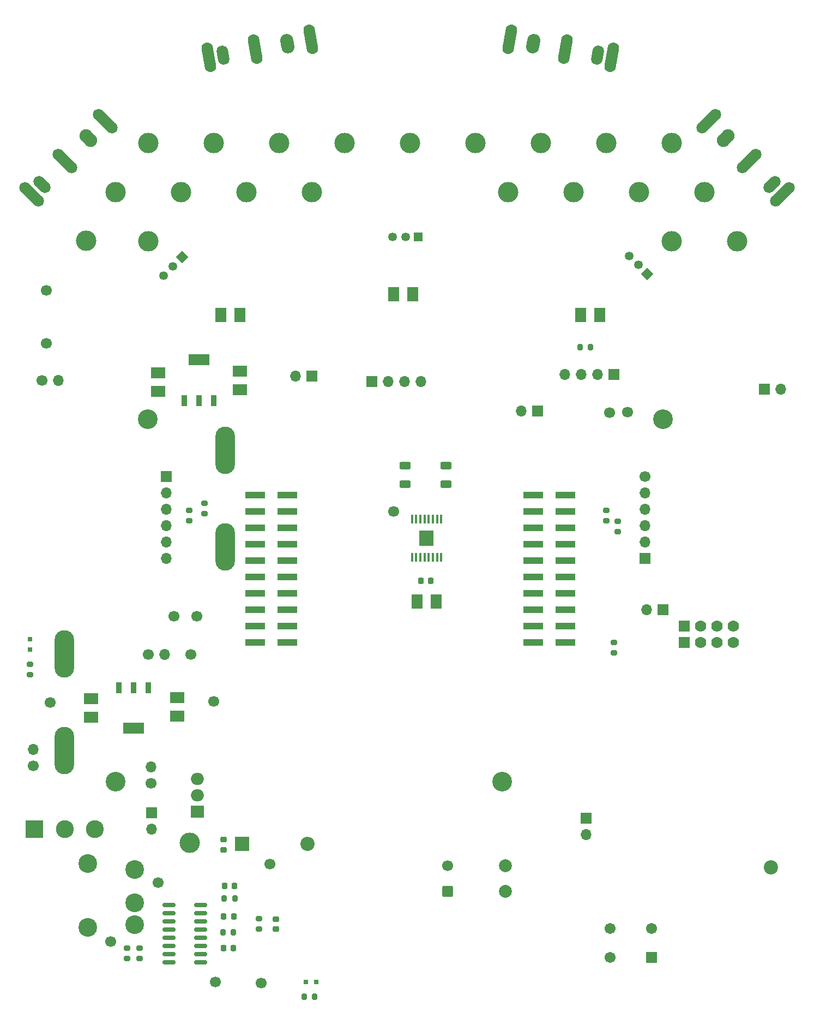
<source format=gts>
G04 #@! TF.GenerationSoftware,KiCad,Pcbnew,8.0.7*
G04 #@! TF.CreationDate,2025-11-10T23:17:30-05:00*
G04 #@! TF.ProjectId,MotorBoardv3_2,4d6f746f-7242-46f6-9172-6476335f322e,V2.0.2b*
G04 #@! TF.SameCoordinates,Original*
G04 #@! TF.FileFunction,Soldermask,Top*
G04 #@! TF.FilePolarity,Negative*
%FSLAX46Y46*%
G04 Gerber Fmt 4.6, Leading zero omitted, Abs format (unit mm)*
G04 Created by KiCad (PCBNEW 8.0.7) date 2025-11-10 23:17:30*
%MOMM*%
%LPD*%
G01*
G04 APERTURE LIST*
G04 Aperture macros list*
%AMRoundRect*
0 Rectangle with rounded corners*
0 $1 Rounding radius*
0 $2 $3 $4 $5 $6 $7 $8 $9 X,Y pos of 4 corners*
0 Add a 4 corners polygon primitive as box body*
4,1,4,$2,$3,$4,$5,$6,$7,$8,$9,$2,$3,0*
0 Add four circle primitives for the rounded corners*
1,1,$1+$1,$2,$3*
1,1,$1+$1,$4,$5*
1,1,$1+$1,$6,$7*
1,1,$1+$1,$8,$9*
0 Add four rect primitives between the rounded corners*
20,1,$1+$1,$2,$3,$4,$5,0*
20,1,$1+$1,$4,$5,$6,$7,0*
20,1,$1+$1,$6,$7,$8,$9,0*
20,1,$1+$1,$8,$9,$2,$3,0*%
%AMHorizOval*
0 Thick line with rounded ends*
0 $1 width*
0 $2 $3 position (X,Y) of the first rounded end (center of the circle)*
0 $4 $5 position (X,Y) of the second rounded end (center of the circle)*
0 Add line between two ends*
20,1,$1,$2,$3,$4,$5,0*
0 Add two circle primitives to create the rounded ends*
1,1,$1,$2,$3*
1,1,$1,$4,$5*%
%AMRotRect*
0 Rectangle, with rotation*
0 The origin of the aperture is its center*
0 $1 length*
0 $2 width*
0 $3 Rotation angle, in degrees counterclockwise*
0 Add horizontal line*
21,1,$1,$2,0,0,$3*%
G04 Aperture macros list end*
%ADD10R,0.800000X0.800000*%
%ADD11C,3.175000*%
%ADD12C,1.700000*%
%ADD13R,1.700000X1.700000*%
%ADD14O,1.700000X1.700000*%
%ADD15HorizOval,2.032000X0.088213X-0.500282X-0.088213X0.500282X0*%
%ADD16HorizOval,1.778000X0.110267X-0.625353X-0.110267X0.625353X0*%
%ADD17HorizOval,1.778000X0.253613X-1.438312X-0.253613X1.438312X0*%
%ADD18RoundRect,0.200000X-0.200000X-0.275000X0.200000X-0.275000X0.200000X0.275000X-0.200000X0.275000X0*%
%ADD19RoundRect,0.225000X-0.225000X-0.250000X0.225000X-0.250000X0.225000X0.250000X-0.225000X0.250000X0*%
%ADD20RoundRect,0.200000X0.200000X0.275000X-0.200000X0.275000X-0.200000X-0.275000X0.200000X-0.275000X0*%
%ADD21RoundRect,0.200000X0.275000X-0.200000X0.275000X0.200000X-0.275000X0.200000X-0.275000X-0.200000X0*%
%ADD22C,2.000000*%
%ADD23RoundRect,0.250000X0.600000X-0.600000X0.600000X0.600000X-0.600000X0.600000X-0.600000X-0.600000X0*%
%ADD24R,2.300000X1.800000*%
%ADD25RoundRect,0.225000X-0.250000X0.225000X-0.250000X-0.225000X0.250000X-0.225000X0.250000X0.225000X0*%
%ADD26R,2.200000X2.200000*%
%ADD27O,2.200000X2.200000*%
%ADD28RoundRect,0.225000X0.225000X0.250000X-0.225000X0.250000X-0.225000X-0.250000X0.225000X-0.250000X0*%
%ADD29RotRect,1.350000X1.350000X135.000000*%
%ADD30C,1.350000*%
%ADD31R,1.800000X2.300000*%
%ADD32R,2.000000X1.905000*%
%ADD33O,2.000000X1.905000*%
%ADD34R,2.775000X2.775000*%
%ADD35C,2.775000*%
%ADD36RoundRect,0.200000X-0.275000X0.200000X-0.275000X-0.200000X0.275000X-0.200000X0.275000X0.200000X0*%
%ADD37RotRect,1.350000X1.350000X225.000000*%
%ADD38HorizOval,2.032000X0.359210X-0.359210X-0.359210X0.359210X0*%
%ADD39HorizOval,1.778000X0.449013X-0.449013X-0.449013X0.449013X0*%
%ADD40HorizOval,1.778000X1.032729X-1.032729X-1.032729X1.032729X0*%
%ADD41R,3.150000X1.000000*%
%ADD42R,0.450000X1.475000*%
%ADD43R,2.310000X2.460000*%
%ADD44RoundRect,0.150000X-0.825000X-0.150000X0.825000X-0.150000X0.825000X0.150000X-0.825000X0.150000X0*%
%ADD45C,2.904000*%
%ADD46C,3.048000*%
%ADD47O,3.048000X7.366000*%
%ADD48R,1.350000X1.350000*%
%ADD49RoundRect,0.250000X0.625000X-0.312500X0.625000X0.312500X-0.625000X0.312500X-0.625000X-0.312500X0*%
%ADD50R,1.778000X1.778000*%
%ADD51C,1.778000*%
%ADD52RoundRect,0.102000X0.754000X0.754000X-0.754000X0.754000X-0.754000X-0.754000X0.754000X-0.754000X0*%
%ADD53C,1.712000*%
%ADD54R,0.950000X1.750000*%
%ADD55R,3.200000X1.750000*%
%ADD56C,2.200000*%
%ADD57HorizOval,2.032000X-0.359210X-0.359210X0.359210X0.359210X0*%
%ADD58HorizOval,1.778000X-0.449013X-0.449013X0.449013X0.449013X0*%
%ADD59HorizOval,1.778000X-1.032729X-1.032729X1.032729X1.032729X0*%
%ADD60HorizOval,2.032000X-0.088213X-0.500282X0.088213X0.500282X0*%
%ADD61HorizOval,1.778000X-0.110267X-0.625353X0.110267X0.625353X0*%
%ADD62HorizOval,1.778000X-0.253613X-1.438312X0.253613X1.438312X0*%
G04 APERTURE END LIST*
D10*
X50165000Y-120142000D03*
X50165000Y-121792000D03*
D11*
X160020000Y-58420000D03*
D12*
X72517000Y-116586000D03*
D13*
X69088000Y-147066000D03*
D14*
X69088000Y-149606000D03*
D15*
X90131412Y-27752934D03*
D16*
X80125765Y-29517199D03*
D17*
X85128588Y-28635066D03*
X93794899Y-27106962D03*
X77939492Y-29902698D03*
D18*
X80315000Y-160360000D03*
X81965000Y-160360000D03*
D19*
X80230000Y-168090000D03*
X81780000Y-168090000D03*
D20*
X137212000Y-74830000D03*
X135562000Y-74830000D03*
D21*
X67210000Y-169685000D03*
X67210000Y-168035000D03*
D12*
X78740000Y-129794000D03*
D11*
X68580000Y-58420000D03*
X68580000Y-43180000D03*
D22*
X124035000Y-159260000D03*
X124035000Y-155260000D03*
D23*
X115035000Y-159260000D03*
D12*
X115035000Y-155260000D03*
D24*
X73025000Y-129180000D03*
X73025000Y-132080000D03*
D11*
X73660000Y-50800000D03*
D25*
X88334500Y-163570000D03*
X88334500Y-165120000D03*
D26*
X83075000Y-151920000D03*
D27*
X93235000Y-151920000D03*
D28*
X81905000Y-158440000D03*
X80355000Y-158440000D03*
D29*
X146050000Y-63500000D03*
D30*
X144635786Y-62085786D03*
X143221573Y-60671573D03*
D31*
X135710000Y-69850000D03*
X138610000Y-69850000D03*
D12*
X68961000Y-142499000D03*
D14*
X68961000Y-139959000D03*
D12*
X106680000Y-100330000D03*
D31*
X79830000Y-69850000D03*
X82730000Y-69850000D03*
D32*
X76182000Y-146870000D03*
D33*
X76182000Y-144330000D03*
X76182000Y-141790000D03*
D11*
X88900000Y-43180000D03*
D12*
X143006000Y-84914000D03*
D34*
X50863500Y-149606000D03*
D35*
X55563500Y-149606000D03*
X60263500Y-149606000D03*
D36*
X139700000Y-100140000D03*
X139700000Y-101790000D03*
D19*
X80265000Y-163120000D03*
X81815000Y-163120000D03*
D12*
X52705000Y-66040000D03*
X140187000Y-84980000D03*
D11*
X144780000Y-50800000D03*
D24*
X70104000Y-81714000D03*
X70104000Y-78814000D03*
D19*
X110845000Y-111125000D03*
X112395000Y-111125000D03*
D11*
X134620000Y-50800000D03*
X83820000Y-50800000D03*
X149860000Y-43180000D03*
D13*
X93980000Y-79375000D03*
D14*
X91440000Y-79375000D03*
D11*
X119380000Y-43180000D03*
D37*
X73768949Y-60914872D03*
D30*
X72354735Y-62329086D03*
X70940522Y-63743299D03*
D12*
X52705000Y-74295000D03*
D38*
X59200051Y-42399949D03*
D39*
X52015846Y-49584154D03*
D40*
X55607949Y-45992051D03*
X61830488Y-39769512D03*
X50446069Y-51153931D03*
D13*
X140827000Y-79060000D03*
D14*
X138287000Y-79060000D03*
X135747000Y-79060000D03*
X133207000Y-79060000D03*
D11*
X124460000Y-50800000D03*
D41*
X90170000Y-120650000D03*
X85120000Y-120650000D03*
X90170000Y-118110000D03*
X85120000Y-118110000D03*
X90170000Y-115570000D03*
X85120000Y-115570000D03*
X90170000Y-113030000D03*
X85120000Y-113030000D03*
X90170000Y-110490000D03*
X85120000Y-110490000D03*
X90170000Y-107950000D03*
X85120000Y-107950000D03*
X90170000Y-105410000D03*
X85120000Y-105410000D03*
X90170000Y-102870000D03*
X85120000Y-102870000D03*
X90170000Y-100330000D03*
X85120000Y-100330000D03*
X90170000Y-97790000D03*
X85120000Y-97790000D03*
D42*
X114035000Y-101557000D03*
X113385000Y-101557000D03*
X112735000Y-101557000D03*
X112085000Y-101557000D03*
X111435000Y-101557000D03*
X110785000Y-101557000D03*
X110135000Y-101557000D03*
X109485000Y-101557000D03*
X109485000Y-107433000D03*
X110135000Y-107433000D03*
X110785000Y-107433000D03*
X111435000Y-107433000D03*
X112085000Y-107433000D03*
X112735000Y-107433000D03*
X113385000Y-107433000D03*
X114035000Y-107433000D03*
D43*
X111760000Y-104495000D03*
D24*
X59690000Y-129360000D03*
X59690000Y-132260000D03*
D11*
X63500000Y-50800000D03*
D36*
X77227000Y-99035000D03*
X77227000Y-100685000D03*
D44*
X71735000Y-161415000D03*
X71735000Y-162685000D03*
X71735000Y-163955000D03*
X71735000Y-165225000D03*
X71735000Y-166495000D03*
X71735000Y-167765000D03*
X71735000Y-169035000D03*
X71735000Y-170305000D03*
X76685000Y-170305000D03*
X76685000Y-169035000D03*
X76685000Y-167765000D03*
X76685000Y-166495000D03*
X76685000Y-165225000D03*
X76685000Y-163955000D03*
X76685000Y-162685000D03*
X76685000Y-161415000D03*
D45*
X66437000Y-164470000D03*
X66437000Y-155870000D03*
X66437000Y-161070000D03*
X59137000Y-154970000D03*
X59137000Y-164870000D03*
D41*
X133350000Y-120650000D03*
X128300000Y-120650000D03*
X133350000Y-118110000D03*
X128300000Y-118110000D03*
X133350000Y-115570000D03*
X128300000Y-115570000D03*
X133350000Y-113030000D03*
X128300000Y-113030000D03*
X133350000Y-110490000D03*
X128300000Y-110490000D03*
X133350000Y-107950000D03*
X128300000Y-107950000D03*
X133350000Y-105410000D03*
X128300000Y-105410000D03*
X133350000Y-102870000D03*
X128300000Y-102870000D03*
X133350000Y-100330000D03*
X128300000Y-100330000D03*
X133350000Y-97790000D03*
X128300000Y-97790000D03*
D11*
X58920000Y-58310000D03*
D18*
X80110000Y-165650000D03*
X81760000Y-165650000D03*
D10*
X94662000Y-173294000D03*
X93012000Y-173294000D03*
D36*
X50165000Y-124016000D03*
X50165000Y-125666000D03*
D31*
X110310000Y-114300000D03*
X113210000Y-114300000D03*
D13*
X148463000Y-115570000D03*
D14*
X145923000Y-115570000D03*
D12*
X70057000Y-157920000D03*
X68580000Y-122555000D03*
D14*
X71120000Y-122555000D03*
D11*
X99060000Y-43180000D03*
D13*
X136525000Y-147955000D03*
D14*
X136525000Y-150495000D03*
D46*
X63500000Y-142250000D03*
X123500000Y-142250000D03*
X148500000Y-86050000D03*
X68500000Y-86050000D03*
D47*
X55500000Y-137450000D03*
X55500000Y-122450000D03*
X80500000Y-105850000D03*
X80500000Y-90850000D03*
D13*
X71297800Y-94950000D03*
D14*
X71297800Y-97490000D03*
X71297800Y-100030000D03*
X71297800Y-102570000D03*
X71297800Y-105110000D03*
X71297800Y-107650000D03*
D13*
X145702200Y-107650000D03*
D14*
X145702200Y-105110000D03*
X145702200Y-102570000D03*
X145702200Y-100030000D03*
X145702200Y-97490000D03*
D12*
X145702200Y-94950000D03*
D36*
X141427000Y-101835000D03*
X141427000Y-103485000D03*
D12*
X78987000Y-173320000D03*
X86087000Y-173460000D03*
D11*
X149860000Y-58420000D03*
D25*
X80190000Y-151245000D03*
X80190000Y-152795000D03*
D21*
X140843000Y-122300000D03*
X140843000Y-120650000D03*
D36*
X85749500Y-163460000D03*
X85749500Y-165110000D03*
D11*
X129540000Y-43180000D03*
D48*
X110490000Y-57785000D03*
D30*
X108490000Y-57785000D03*
X106490000Y-57785000D03*
D12*
X87427000Y-155030000D03*
D49*
X114808000Y-96143000D03*
X114808000Y-93218000D03*
D13*
X103227000Y-80160000D03*
D14*
X105767000Y-80160000D03*
X108307000Y-80160000D03*
X110847000Y-80160000D03*
D50*
X151765000Y-120650000D03*
D51*
X154305000Y-120650000D03*
X156845000Y-120650000D03*
X159385000Y-120650000D03*
D50*
X151765000Y-118110000D03*
D51*
X154305000Y-118110000D03*
X156845000Y-118110000D03*
X159385000Y-118110000D03*
D52*
X146727000Y-169550000D03*
D53*
X140227000Y-169550000D03*
X146727000Y-165050000D03*
X140227000Y-165050000D03*
D12*
X76073000Y-116586000D03*
D13*
X164211000Y-81407000D03*
D14*
X166751000Y-81407000D03*
D54*
X74140000Y-83135000D03*
X76440000Y-83135000D03*
X78740000Y-83135000D03*
D55*
X76440000Y-76835000D03*
D36*
X74930000Y-100140000D03*
X74930000Y-101790000D03*
D49*
X108458000Y-96143000D03*
X108458000Y-93218000D03*
D31*
X106680000Y-66675000D03*
X109580000Y-66675000D03*
D24*
X82804000Y-81460000D03*
X82804000Y-78560000D03*
D11*
X93980000Y-50800000D03*
X78740000Y-43180000D03*
D12*
X53340000Y-129940000D03*
D36*
X65210000Y-168035000D03*
X65210000Y-169685000D03*
D11*
X109220000Y-43180000D03*
D56*
X165207000Y-155560000D03*
D54*
X68580000Y-127660000D03*
X66280000Y-127660000D03*
X63980000Y-127660000D03*
D55*
X66280000Y-133960000D03*
D11*
X74990000Y-151750000D03*
D12*
X50673000Y-139827000D03*
D14*
X50673000Y-137287000D03*
D11*
X154940000Y-50800000D03*
D20*
X94408000Y-175580000D03*
X92758000Y-175580000D03*
D11*
X139700000Y-43180000D03*
D13*
X129032000Y-84770000D03*
D14*
X126492000Y-84770000D03*
D12*
X62707000Y-167030000D03*
X75184000Y-122555000D03*
X52070000Y-80010000D03*
D14*
X54610000Y-80010000D03*
D57*
X158223949Y-42399949D03*
D58*
X165408154Y-49584154D03*
D59*
X161816051Y-45992051D03*
X155593512Y-39769512D03*
X166977931Y-51153931D03*
D60*
X128333988Y-27752934D03*
D61*
X138339635Y-29517199D03*
D62*
X133336812Y-28635066D03*
X124670501Y-27106962D03*
X140525908Y-29902698D03*
M02*

</source>
